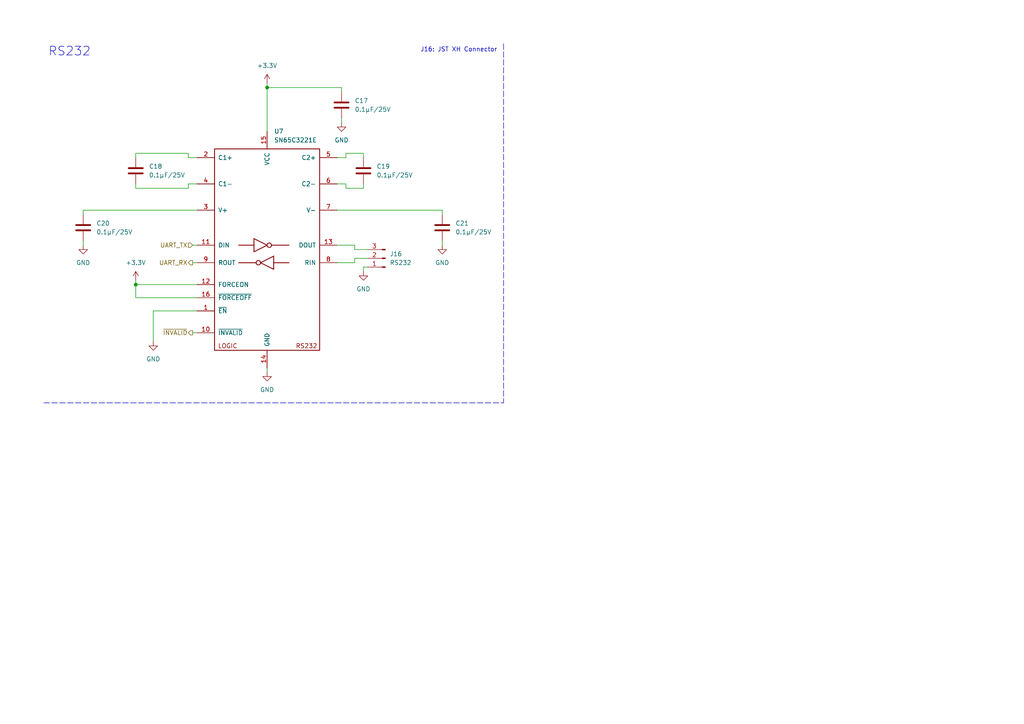
<source format=kicad_sch>
(kicad_sch (version 20211123) (generator eeschema)
  (paper "A4")
  (lib_symbols
    (symbol "Connector:Conn_01x03_Male" (pin_names (offset 1.016) hide)
      (property "Reference" "J" (at 0 5.08 0))
      (property "Value" "Conn_01x03_Male" (at 0 -5.08 0))
      (symbol "Conn_01x03_Male_1_1"
        (polyline (pts (xy 1.27 -2.54) (xy 0.8636 -2.54)) (stroke (width 0.1524)))
        (polyline (pts (xy 1.27 0) (xy 0.8636 0)) (stroke (width 0.1524)))
        (polyline (pts (xy 1.27 2.54) (xy 0.8636 2.54)) (stroke (width 0.1524)))
        (rectangle (start 0.8636 -2.413) (end 0 -2.667) (stroke (width 0.1524)) (fill (type outline)))
        (rectangle (start 0.8636 0.127) (end 0 -0.127) (stroke (width 0.1524)) (fill (type outline)))
        (rectangle (start 0.8636 2.667) (end 0 2.413) (stroke (width 0.1524)) (fill (type outline)))
        (pin passive line (at 5.08 2.54 180) (length 3.81) (name "Pin_1") (number "1"))
        (pin passive line (at 5.08 0 180) (length 3.81) (name "Pin_2") (number "2"))
        (pin passive line (at 5.08 -2.54 180) (length 3.81) (name "Pin_3") (number "3"))
      )
    )
    (symbol "Device:C" (pin_numbers hide) (pin_names (offset 0.254))
      (property "Reference" "C" (at 0.635 2.54 0))
      (property "Value" "C" (at 0.635 -2.54 0))
      (symbol "C_0_1"
        (polyline (pts (xy -2.032 -0.762) (xy 2.032 -0.762)) (stroke (width 0.508)))
        (polyline (pts (xy -2.032 0.762) (xy 2.032 0.762)) (stroke (width 0.508)))
      )
      (symbol "C_1_1"
        (pin passive line (at 0 3.81 270) (length 2.794) (name "~") (number "1"))
        (pin passive line (at 0 -3.81 90) (length 2.794) (name "~") (number "2"))
      )
    )
    (symbol "power:+3.3V" (power) (pin_names (offset 0))
      (property "Value" "+3.3V" (at 0 3.556 0))
      (symbol "+3.3V_0_1"
        (polyline (pts (xy -0.762 1.27) (xy 0 2.54)))
        (polyline (pts (xy 0 0) (xy 0 2.54)))
        (polyline (pts (xy 0 2.54) (xy 0.762 1.27)))
      )
      (symbol "+3.3V_1_1"
        (pin power_in line (at 0 0 90) (length 0) hide (name "+3.3V") (number "1"))
      )
    )
    (symbol "power:GND" (power) (pin_names (offset 0))
      (property "Value" "GND" (at 0 -3.81 0))
      (symbol "GND_0_1"
        (polyline (pts (xy 0 0) (xy 0 -1.27) (xy 1.27 -1.27) (xy 0 -2.54) (xy -1.27 -1.27) (xy 0 -1.27)))
      )
      (symbol "GND_1_1"
        (pin power_in line (at 0 0 270) (length 0) hide (name "GND") (number "1"))
      )
    )
    (symbol "t-top:SN65C3221E" (pin_names (offset 1.016))
      (property "Reference" "U" (at -13.97 26.67 0))
      (property "Value" "SN65C3221E" (at 8.89 26.67 0))
      (symbol "SN65C3221E_0_0"
        (text "LOGIC" (at -11.43 -31.75 0) (effects (font (size 1.27 1.27))))
        (text "RS232" (at 11.43 -31.75 0) (effects (font (size 1.27 1.27))))
      )
      (symbol "SN65C3221E_0_1"
        (rectangle (start -15.24 25.4) (end 15.24 -33.02) (stroke (width 0.254)))
        (circle (center -2.54 -7.62) (radius 0.635) (stroke (width 0.254)))
        (polyline (pts (xy -3.81 -2.54) (xy -8.255 -2.54)) (stroke (width 0.254)))
        (polyline (pts (xy -3.175 -7.62) (xy -8.255 -7.62)) (stroke (width 0.254)))
        (polyline (pts (xy 1.27 -2.54) (xy 6.35 -2.54)) (stroke (width 0.254)))
        (polyline (pts (xy 1.905 -7.62) (xy 6.35 -7.62)) (stroke (width 0.254)))
        (polyline (pts (xy -3.81 -0.635) (xy -3.81 -4.445) (xy 0 -2.54) (xy -3.81 -0.635)) (stroke (width 0.254)))
        (polyline (pts (xy 1.905 -5.715) (xy 1.905 -9.525) (xy -1.905 -7.62) (xy 1.905 -5.715)) (stroke (width 0.254)))
        (circle (center 0.635 -2.54) (radius 0.635) (stroke (width 0.254)))
      )
      (symbol "SN65C3221E_1_1"
        (pin input line (at -20.32 -21.59 0) (length 5.08) (name "~{EN}") (number "1"))
        (pin output line (at -20.32 -27.94 0) (length 5.08) (name "~{INVALID}") (number "10"))
        (pin input line (at -20.32 -2.54 0) (length 5.08) (name "DIN") (number "11"))
        (pin input line (at -20.32 -13.97 0) (length 5.08) (name "FORCEON") (number "12"))
        (pin output line (at 20.32 -2.54 180) (length 5.08) (name "DOUT") (number "13"))
        (pin power_in line (at 0 -38.1 90) (length 5.08) (name "GND") (number "14"))
        (pin power_in line (at 0 30.48 270) (length 5.08) (name "VCC") (number "15"))
        (pin input line (at -20.32 -17.78 0) (length 5.08) (name "~{FORCEOFF}") (number "16"))
        (pin passive line (at -20.32 22.86 0) (length 5.08) (name "C1+") (number "2"))
        (pin power_out line (at -20.32 7.62 0) (length 5.08) (name "V+") (number "3"))
        (pin passive line (at -20.32 15.24 0) (length 5.08) (name "C1-") (number "4"))
        (pin passive line (at 20.32 22.86 180) (length 5.08) (name "C2+") (number "5"))
        (pin passive line (at 20.32 15.24 180) (length 5.08) (name "C2-") (number "6"))
        (pin power_out line (at 20.32 7.62 180) (length 5.08) (name "V-") (number "7"))
        (pin input line (at 20.32 -7.62 180) (length 5.08) (name "RIN") (number "8"))
        (pin output line (at -20.32 -7.62 0) (length 5.08) (name "ROUT") (number "9"))
      )
    )
  )
  (junction (at 39.37 82.55))
  (junction (at 77.47 25.4))
  (wire (pts (xy 106.68 72.39) (xy 102.87 72.39)))
  (wire (pts (xy 39.37 53.34) (xy 39.37 54.61)))
  (wire (pts (xy 97.79 53.34) (xy 100.33 53.34)))
  (wire (pts (xy 99.06 34.29) (xy 99.06 35.56)))
  (polyline (pts (xy 146.05 12.7) (xy 146.05 116.84)))
  (wire (pts (xy 97.79 45.72) (xy 100.33 45.72)))
  (wire (pts (xy 57.15 90.17) (xy 44.45 90.17)))
  (wire (pts (xy 54.61 44.45) (xy 54.61 45.72)))
  (wire (pts (xy 77.47 25.4) (xy 77.47 38.1)))
  (wire (pts (xy 39.37 82.55) (xy 57.15 82.55)))
  (polyline (pts (xy 12.7 116.84) (xy 146.05 116.84)))
  (wire (pts (xy 128.27 60.96) (xy 128.27 62.23)))
  (wire (pts (xy 106.68 77.47) (xy 105.41 77.47)))
  (wire (pts (xy 128.27 69.85) (xy 128.27 71.12)))
  (wire (pts (xy 54.61 45.72) (xy 57.15 45.72)))
  (wire (pts (xy 77.47 25.4) (xy 99.06 25.4)))
  (wire (pts (xy 39.37 82.55) (xy 39.37 86.36)))
  (wire (pts (xy 54.61 53.34) (xy 54.61 54.61)))
  (wire (pts (xy 105.41 53.34) (xy 105.41 54.61)))
  (wire (pts (xy 54.61 54.61) (xy 39.37 54.61)))
  (wire (pts (xy 105.41 44.45) (xy 105.41 45.72)))
  (wire (pts (xy 39.37 86.36) (xy 57.15 86.36)))
  (wire (pts (xy 55.88 96.52) (xy 57.15 96.52)))
  (wire (pts (xy 77.47 106.68) (xy 77.47 107.95)))
  (wire (pts (xy 57.15 53.34) (xy 54.61 53.34)))
  (wire (pts (xy 55.88 76.2) (xy 57.15 76.2)))
  (wire (pts (xy 97.79 71.12) (xy 102.87 71.12)))
  (wire (pts (xy 97.79 60.96) (xy 128.27 60.96)))
  (wire (pts (xy 102.87 72.39) (xy 102.87 71.12)))
  (wire (pts (xy 39.37 44.45) (xy 54.61 44.45)))
  (wire (pts (xy 57.15 60.96) (xy 24.13 60.96)))
  (wire (pts (xy 97.79 76.2) (xy 102.87 76.2)))
  (wire (pts (xy 100.33 54.61) (xy 105.41 54.61)))
  (wire (pts (xy 99.06 25.4) (xy 99.06 26.67)))
  (wire (pts (xy 100.33 44.45) (xy 105.41 44.45)))
  (wire (pts (xy 24.13 60.96) (xy 24.13 62.23)))
  (wire (pts (xy 24.13 69.85) (xy 24.13 71.12)))
  (wire (pts (xy 102.87 76.2) (xy 102.87 74.93)))
  (wire (pts (xy 39.37 82.55) (xy 39.37 81.28)))
  (wire (pts (xy 100.33 45.72) (xy 100.33 44.45)))
  (wire (pts (xy 55.88 71.12) (xy 57.15 71.12)))
  (wire (pts (xy 100.33 53.34) (xy 100.33 54.61)))
  (wire (pts (xy 44.45 90.17) (xy 44.45 99.06)))
  (wire (pts (xy 105.41 77.47) (xy 105.41 78.74)))
  (wire (pts (xy 77.47 24.13) (xy 77.47 25.4)))
  (wire (pts (xy 39.37 44.45) (xy 39.37 45.72)))
  (wire (pts (xy 102.87 74.93) (xy 106.68 74.93)))
  (text "J16: JST XH Connector" (at 121.92 15.24 0) (effects (font (size 1.27 1.27)) (justify left bottom)))
  (text "RS232" (at 13.97 16.51 0) (effects (font (size 2.54 2.54)) (justify left bottom)))
  (hierarchical_label "UART_TX" (shape input) (at 55.88 71.12 180))
  (hierarchical_label "UART_RX" (shape output) (at 55.88 76.2 180))
  (hierarchical_label "~{INVALID}" (shape output) (at 55.88 96.52 180))
  (symbol (lib_id "power:GND") (at 77.47 107.95 0) (unit 1)
    (property "Reference" "#PWR0182" (effects hide))
    (property "Value" "GND" (at 77.47 113.03 0))
  )
  (symbol (lib_id "t-top:SN65C3221E") (at 77.47 68.58 0) (unit 1)
    (property "Reference" "U7" (at 79.4894 38.1 0) (effects (justify left)))
    (property "Value" "SN65C3221E" (at 79.4894 40.64 0) (effects (justify left)))
    (property "Footprint" "Package_SO:TSSOP-16_4.4x5mm_P0.65mm" (effects hide))
  )
  (symbol (lib_id "Device:C") (at 39.37 49.53 0) (unit 1)
    (property "Reference" "C18" (at 43.18 48.2599 0) (effects (justify left)))
    (property "Value" "0.1µF/25V" (at 43.18 50.7999 0) (effects (justify left)))
    (property "Footprint" "Capacitor_SMD:C_0805_2012Metric" (effects hide))
  )
  (symbol (lib_id "power:GND") (at 99.06 35.56 0) (unit 1)
    (property "Reference" "#PWR0183" (effects hide))
    (property "Value" "GND" (at 99.06 40.64 0))
  )
  (symbol (lib_id "power:GND") (at 105.41 78.74 0) (unit 1)
    (property "Reference" "#PWR0181" (effects hide))
    (property "Value" "GND" (at 105.41 83.82 0))
  )
  (symbol (lib_id "Device:C") (at 24.13 66.04 0) (unit 1)
    (property "Reference" "C20" (at 27.94 64.7699 0) (effects (justify left)))
    (property "Value" "0.1µF/25V" (at 27.94 67.3099 0) (effects (justify left)))
    (property "Footprint" "Capacitor_SMD:C_0805_2012Metric" (effects hide))
  )
  (symbol (lib_id "Device:C") (at 105.41 49.53 0) (unit 1)
    (property "Reference" "C19" (at 109.22 48.2599 0) (effects (justify left)))
    (property "Value" "0.1µF/25V" (at 109.22 50.7999 0) (effects (justify left)))
    (property "Footprint" "Capacitor_SMD:C_0805_2012Metric" (effects hide))
  )
  (symbol (lib_id "Connector:Conn_01x03_Male") (at 111.76 74.93 180) (unit 1)
    (property "Reference" "J16" (at 113.03 73.6599 0) (effects (justify right)))
    (property "Value" "RS232" (at 113.03 76.1999 0) (effects (justify right)))
    (property "Footprint" "Connector_JST:JST_PH_B3B-PH-K_1x03_P2.00mm_Vertical" (effects hide))
  )
  (symbol (lib_id "power:+3.3V") (at 77.47 24.13 0) (unit 1)
    (property "Reference" "#PWR0184" (effects hide))
    (property "Value" "+3.3V" (at 77.47 19.05 0))
  )
  (symbol (lib_id "power:GND") (at 44.45 99.06 0) (unit 1)
    (property "Reference" "#PWR0187" (effects hide))
    (property "Value" "GND" (at 44.45 104.14 0))
  )
  (symbol (lib_id "Device:C") (at 128.27 66.04 0) (unit 1)
    (property "Reference" "C21" (at 132.08 64.7699 0) (effects (justify left)))
    (property "Value" "0.1µF/25V" (at 132.08 67.3099 0) (effects (justify left)))
    (property "Footprint" "Capacitor_SMD:C_0805_2012Metric" (effects hide))
  )
  (symbol (lib_id "power:GND") (at 128.27 71.12 0) (unit 1)
    (property "Reference" "#PWR0180" (effects hide))
    (property "Value" "GND" (at 128.27 76.2 0))
  )
  (symbol (lib_id "Device:C") (at 99.06 30.48 0) (unit 1)
    (property "Reference" "C17" (at 102.87 29.2099 0) (effects (justify left)))
    (property "Value" "0.1µF/25V" (at 102.87 31.7499 0) (effects (justify left)))
    (property "Footprint" "Capacitor_SMD:C_0805_2012Metric" (effects hide))
  )
  (symbol (lib_id "power:GND") (at 24.13 71.12 0) (unit 1)
    (property "Reference" "#PWR0185" (effects hide))
    (property "Value" "GND" (at 24.13 76.2 0))
  )
  (symbol (lib_id "power:+3.3V") (at 39.37 81.28 0) (unit 1)
    (property "Reference" "#PWR0186" (effects hide))
    (property "Value" "+3.3V" (at 39.37 76.2 0))
  )
)
</source>
